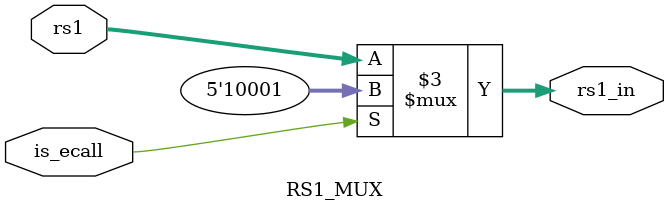
<source format=v>
module RS1_MUX(input [4:0] rs1,
               input is_ecall,
               output reg [4:0] rs1_in);
    
    always @(*) begin
        if (is_ecall) begin
            rs1_in = 17;
            //        rs1_in=rs1;     
        end else begin
            rs1_in=rs1;
        end
        
    end

endmodule

</source>
